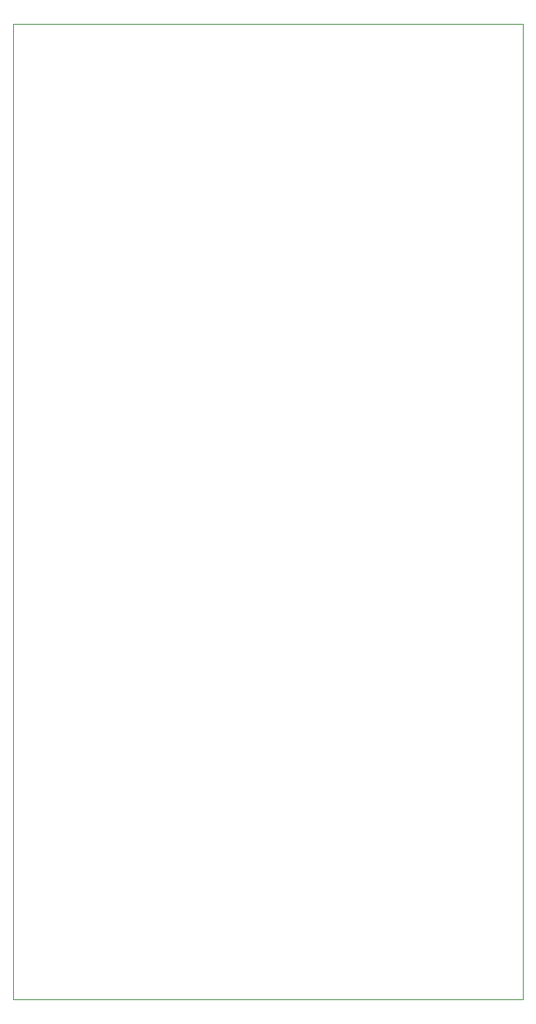
<source format=gm1>
G04 #@! TF.GenerationSoftware,KiCad,Pcbnew,8.0.2*
G04 #@! TF.CreationDate,2024-08-26T09:39:58-06:00*
G04 #@! TF.ProjectId,Perfboard,50657266-626f-4617-9264-2e6b69636164,rev?*
G04 #@! TF.SameCoordinates,Original*
G04 #@! TF.FileFunction,Profile,NP*
%FSLAX46Y46*%
G04 Gerber Fmt 4.6, Leading zero omitted, Abs format (unit mm)*
G04 Created by KiCad (PCBNEW 8.0.2) date 2024-08-26 09:39:58*
%MOMM*%
%LPD*%
G01*
G04 APERTURE LIST*
G04 #@! TA.AperFunction,Profile*
%ADD10C,0.025400*%
G04 #@! TD*
G04 APERTURE END LIST*
D10*
X174000000Y-43000000D02*
X118000000Y-43000000D01*
X174000000Y-43000000D02*
X174000000Y-150000000D01*
X174000000Y-150000000D02*
X118000000Y-150000000D01*
X118000000Y-150000000D02*
X118000000Y-43000000D01*
M02*

</source>
